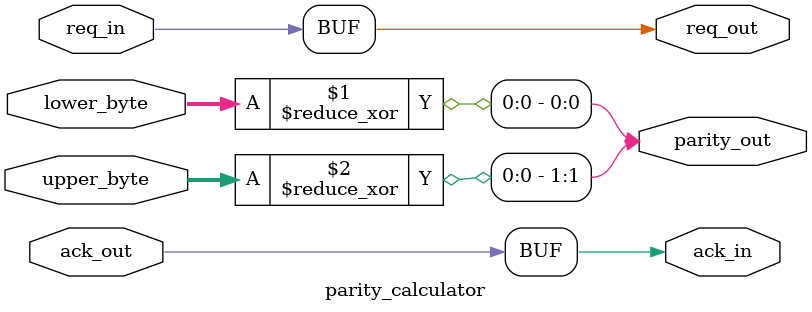
<source format=sv>
module multi_bit_parity(
  input clk,
  input rst_n,
  input [15:0] data_word,
  input req_in,
  output ack_in,
  output [1:0] parity_bits,
  output req_out,
  input ack_out
);
  wire [7:0] lower_byte, upper_byte;
  wire req_internal, ack_internal;
  reg [15:0] data_word_reg;
  reg [1:0] parity_bits_reg;
  
  // 数据缓存逻辑
  always @(posedge clk or negedge rst_n) begin
    if (!rst_n) begin
      data_word_reg <= 16'b0;
    end else if (req_in && ack_in) begin
      data_word_reg <= data_word;
    end
  end
  
  // 输出缓存逻辑
  always @(posedge clk or negedge rst_n) begin
    if (!rst_n) begin
      parity_bits_reg <= 2'b0;
    end else if (req_internal && ack_internal) begin
      parity_bits_reg <= parity_out_wire;
    end
  end
  
  // 握手逻辑
  assign ack_in = !req_internal || ack_internal;
  assign req_out = req_internal && ack_internal;
  assign req_internal = req_in;
  assign ack_internal = ack_out;
  
  wire [1:0] parity_out_wire;
  assign parity_bits = parity_bits_reg;

  // 实例化字节分离模块
  byte_splitter byte_split_inst (
    .data_in(data_word_reg),
    .req_in(req_internal),
    .ack_in(ack_internal),
    .lower_byte(lower_byte),
    .upper_byte(upper_byte),
    .req_out(req_internal),
    .ack_out(ack_internal)
  );

  // 实例化奇偶校验计算模块
  parity_calculator parity_calc_inst (
    .lower_byte(lower_byte),
    .upper_byte(upper_byte),
    .req_in(req_internal),
    .ack_in(ack_internal),
    .parity_out(parity_out_wire),
    .req_out(req_internal),
    .ack_out(ack_internal)
  );
endmodule

// 字节分离模块
module byte_splitter(
  input [15:0] data_in,
  input req_in,
  output ack_in,
  output [7:0] lower_byte,
  output [7:0] upper_byte,
  output req_out,
  input ack_out
);
  // 将输入数据分离为低字节和高字节
  assign lower_byte = data_in[7:0];
  assign upper_byte = data_in[15:8];
  
  // 直通握手信号
  assign req_out = req_in;
  assign ack_in = ack_out;
endmodule

// 奇偶校验计算模块
module parity_calculator(
  input [7:0] lower_byte,
  input [7:0] upper_byte,
  input req_in,
  output ack_in,
  output [1:0] parity_out,
  output req_out,
  input ack_out
);
  // 计算低字节和高字节的奇偶校验
  assign parity_out[0] = ^lower_byte; // 低字节的奇偶校验
  assign parity_out[1] = ^upper_byte; // 高字节的奇偶校验
  
  // 直通握手信号
  assign req_out = req_in;
  assign ack_in = ack_out;
endmodule
</source>
